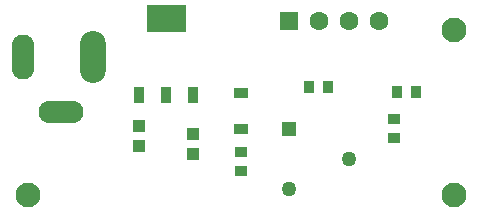
<source format=gbr>
%TF.GenerationSoftware,KiCad,Pcbnew,5.1.10*%
%TF.CreationDate,2021-11-16T14:47:03-07:00*%
%TF.ProjectId,L0003-Wheatstone-Bridge,4c303030-332d-4576-9865-617473746f6e,rev?*%
%TF.SameCoordinates,Original*%
%TF.FileFunction,Soldermask,Top*%
%TF.FilePolarity,Negative*%
%FSLAX46Y46*%
G04 Gerber Fmt 4.6, Leading zero omitted, Abs format (unit mm)*
G04 Created by KiCad (PCBNEW 5.1.10) date 2021-11-16 14:47:03*
%MOMM*%
%LPD*%
G01*
G04 APERTURE LIST*
%ADD10C,0.100000*%
%ADD11R,0.889000X1.473200*%
%ADD12R,1.000000X1.100000*%
%ADD13R,1.295400X0.965200*%
%ADD14C,2.100000*%
%ADD15O,2.200000X4.400000*%
%ADD16O,1.900000X3.800000*%
%ADD17O,3.800000X1.900000*%
%ADD18C,1.605000*%
%ADD19R,1.605000X1.605000*%
%ADD20R,1.020000X0.940000*%
%ADD21R,1.268000X1.268000*%
%ADD22C,1.268000*%
%ADD23R,0.940000X1.020000*%
G04 APERTURE END LIST*
D10*
%TO.C,U1*%
G36*
X111074200Y-76664800D02*
G01*
X107873800Y-76664800D01*
X107873800Y-78849200D01*
X111074200Y-78849200D01*
X111074200Y-76664800D01*
G37*
X111074200Y-76664800D02*
X107873800Y-76664800D01*
X107873800Y-78849200D01*
X111074200Y-78849200D01*
X111074200Y-76664800D01*
%TD*%
D11*
%TO.C,U1*%
X111774000Y-84295000D03*
X109474000Y-84295000D03*
X107174000Y-84295000D03*
%TD*%
D12*
%TO.C,C1*%
X107218480Y-88586680D03*
X107218480Y-86886680D03*
%TD*%
D13*
%TO.C,D1*%
X115824000Y-87122000D03*
X115824000Y-84074000D03*
%TD*%
D14*
%TO.C,H1*%
X133858000Y-92710000D03*
%TD*%
%TO.C,H2*%
X133858000Y-78740000D03*
%TD*%
%TO.C,H3*%
X97790000Y-92710000D03*
%TD*%
D15*
%TO.C,P1*%
X103289000Y-81026000D03*
D16*
X97334000Y-81026000D03*
D17*
X100584000Y-85716000D03*
%TD*%
D18*
%TO.C,P2*%
X127508000Y-77978000D03*
X124968000Y-77978000D03*
X122428000Y-77978000D03*
D19*
X119888000Y-77978000D03*
%TD*%
D20*
%TO.C,R1*%
X115824000Y-89126000D03*
X115824000Y-90706000D03*
%TD*%
D21*
%TO.C,R2*%
X119888000Y-87122000D03*
D22*
X124968000Y-89662000D03*
X119888000Y-92202000D03*
%TD*%
D20*
%TO.C,R3*%
X128778000Y-86357400D03*
X128778000Y-87937400D03*
%TD*%
D23*
%TO.C,R4*%
X123154500Y-83629500D03*
X121574500Y-83629500D03*
%TD*%
%TO.C,R5*%
X129042100Y-83997800D03*
X130622100Y-83997800D03*
%TD*%
D12*
%TO.C,C2*%
X111719360Y-89252160D03*
X111719360Y-87552160D03*
%TD*%
M02*

</source>
